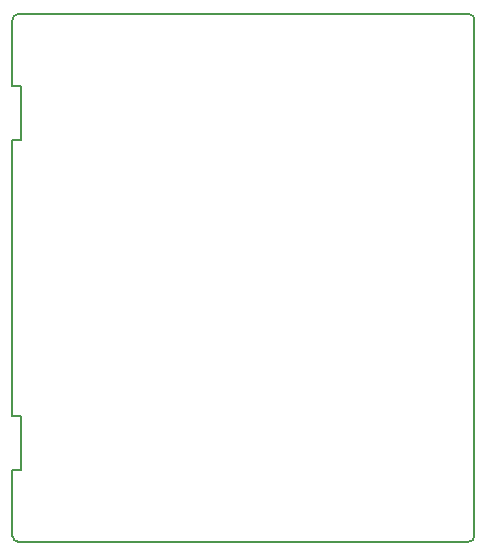
<source format=gm1>
G04 #@! TF.FileFunction,Profile,NP*
%FSLAX46Y46*%
G04 Gerber Fmt 4.6, Leading zero omitted, Abs format (unit mm)*
G04 Created by KiCad (PCBNEW 4.0.6) date Sunday, July 16, 2017 'PMt' 05:41:14 PM*
%MOMM*%
%LPD*%
G01*
G04 APERTURE LIST*
%ADD10C,0.100000*%
%ADD11C,0.150000*%
G04 APERTURE END LIST*
D10*
D11*
X140208000Y-149352000D02*
G75*
G03X140716000Y-148844000I0J508000D01*
G01*
X102108000Y-104648000D02*
G75*
G03X101600000Y-105156000I0J-508000D01*
G01*
X101600000Y-148844000D02*
G75*
G03X102108000Y-149352000I508000J0D01*
G01*
X140716000Y-105156000D02*
G75*
G03X140208000Y-104648000I-508000J0D01*
G01*
X101600000Y-110744000D02*
X101600000Y-105156000D01*
X102362000Y-110744000D02*
X101600000Y-110744000D01*
X102362000Y-115316000D02*
X102362000Y-110744000D01*
X101600000Y-115316000D02*
X102362000Y-115316000D01*
X101600000Y-138684000D02*
X101600000Y-115316000D01*
X102362000Y-138684000D02*
X101600000Y-138684000D01*
X102362000Y-143256000D02*
X102362000Y-138684000D01*
X101600000Y-143256000D02*
X102362000Y-143256000D01*
X101600000Y-148844000D02*
X101600000Y-143256000D01*
X140208000Y-149352000D02*
X102108000Y-149352000D01*
X140716000Y-105156000D02*
X140716000Y-148844000D01*
X102108000Y-104648000D02*
X140208000Y-104648000D01*
M02*

</source>
